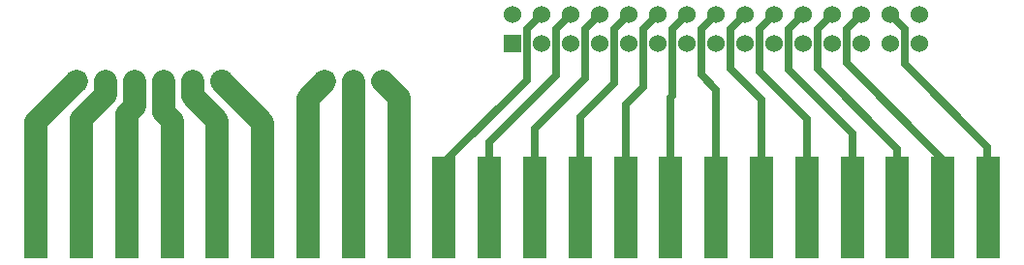
<source format=gbr>
G04 start of page 2 for group 0 idx 0 *
G04 Title: (unknown), top *
G04 Creator: pcb 20110918 *
G04 CreationDate: Tue Jan 20 20:48:38 2015 UTC *
G04 For: fosse *
G04 Format: Gerber/RS-274X *
G04 PCB-Dimensions: 600000 500000 *
G04 PCB-Coordinate-Origin: lower left *
%MOIN*%
%FSLAX25Y25*%
%LNTOP*%
%ADD18C,0.0420*%
%ADD17C,0.0380*%
%ADD16R,0.0800X0.0800*%
%ADD15C,0.0700*%
%ADD14C,0.0001*%
%ADD13C,0.0600*%
%ADD12C,0.0800*%
%ADD11C,0.0250*%
G54D11*X396000Y214000D02*X401000Y219000D01*
X386000Y214000D02*X391000Y219000D01*
X376000Y214000D02*X381000Y219000D01*
X366000Y214000D02*X371000Y219000D01*
X356000Y214000D02*X361000Y219000D01*
X396000Y200500D02*Y214000D01*
X386000Y200000D02*Y214000D01*
X376000Y199500D02*Y214000D01*
X366000Y200500D02*Y214000D01*
X376800Y189700D02*X366000Y200500D01*
X356000Y198500D02*Y214000D01*
X361200Y193300D02*X356000Y198500D01*
X346000Y214000D02*X351000Y219000D01*
X336000Y214000D02*X341000Y219000D01*
X326000Y214000D02*X331000Y219000D01*
X316000Y214000D02*X321000Y219000D01*
X296000Y214000D02*X301000Y219000D01*
X306000Y214000D02*X311000Y219000D01*
X346000Y191000D02*Y214000D01*
X336000Y194000D02*Y214000D01*
X326000Y195500D02*Y214000D01*
X316000Y197000D02*Y214000D01*
X296000Y196500D02*Y214000D01*
X306000Y198000D02*Y214000D01*
X345600Y190600D02*X346000Y191000D01*
X330000Y188000D02*X336000Y194000D01*
X314400Y183900D02*X326000Y195500D01*
X298800Y179800D02*X316000Y197000D01*
X426000Y202000D02*X454500Y173500D01*
X426000Y214000D02*Y202000D01*
X421000Y219000D02*X426000Y214000D01*
X406000D02*X411000Y219000D01*
X406000Y202500D02*Y214000D01*
X454500Y152800D02*X454800Y152500D01*
X454500Y173500D02*Y152800D01*
X439200Y169300D02*X406000Y202500D01*
X423600Y172900D02*X396000Y200500D01*
X408000Y178000D02*X386000Y200000D01*
X392400Y183100D02*X376000Y199500D01*
X439200Y152500D02*Y169300D01*
X423600Y152500D02*Y172900D01*
X408000Y152500D02*Y178000D01*
X392400Y152500D02*Y183100D01*
X376800Y152500D02*Y189700D01*
X361200Y152500D02*Y193300D01*
X345600Y152500D02*Y190600D01*
X330000Y152500D02*Y188000D01*
X314400Y152500D02*Y183900D01*
X298800Y152500D02*Y179800D01*
X267600Y168100D02*X296000Y196500D01*
X267600Y152500D02*Y168100D01*
X283200Y175200D02*X306000Y198000D01*
X283200Y152500D02*Y175200D01*
G54D12*X252000Y190500D02*X246500Y196000D01*
X252000Y176000D02*Y190500D01*
Y152500D02*Y175800D01*
X236400Y195900D02*X236500Y196000D01*
X236400Y175900D02*Y195900D01*
Y152500D02*Y175800D01*
X205200Y181800D02*X191000Y196000D01*
X189600Y182400D02*X181000Y191000D01*
X189600Y175900D02*Y182400D01*
X205200Y152500D02*Y181800D01*
X220800Y152500D02*Y190300D01*
X226500Y196000D02*X220800Y190300D01*
X181000Y191000D02*Y196000D01*
X171000Y185500D02*Y196000D01*
X174000Y182500D02*X171000Y185500D01*
X161000Y187500D02*Y196000D01*
X158400Y184900D02*X161000Y187500D01*
X174000Y152500D02*Y182500D01*
X158400Y152500D02*Y184900D01*
X189600Y152500D02*Y175800D01*
X151000Y191500D02*Y196000D01*
X127200Y182200D02*X141000Y196000D01*
X142800Y183300D02*X151000Y191500D01*
X142800Y152500D02*Y183300D01*
X127200Y152500D02*Y182200D01*
G54D13*X341000Y209000D03*
X351000D03*
X361000D03*
X341000Y219000D03*
X351000D03*
X361000D03*
X371000D03*
X381000D03*
X391000D03*
X371000Y209000D03*
X381000D03*
X391000D03*
X401000D03*
Y219000D03*
X411000Y209000D03*
X421000D03*
X431000D03*
X411000Y219000D03*
X421000D03*
X431000D03*
X311000Y209000D03*
Y219000D03*
X321000Y209000D03*
Y219000D03*
G54D14*G36*
X288000Y212000D02*Y206000D01*
X294000D01*
Y212000D01*
X288000D01*
G37*
G54D13*X291000Y219000D03*
X301000Y209000D03*
Y219000D03*
X331000Y209000D03*
Y219000D03*
G54D14*G36*
X223500Y199000D02*Y193000D01*
X229500D01*
Y199000D01*
X223500D01*
G37*
G54D15*X236500Y196000D03*
X246500D03*
G54D14*G36*
X138000Y199000D02*Y193000D01*
X144000D01*
Y199000D01*
X138000D01*
G37*
G54D15*X151000Y196000D03*
X161000D03*
X171000D03*
X181000D03*
G54D12*X191000D03*
G54D16*X252000Y166000D02*Y139000D01*
X267600Y166000D02*Y139000D01*
X283200Y166000D02*Y139000D01*
X298800Y166000D02*Y139000D01*
X314400Y166000D02*Y139000D01*
X174000Y166000D02*Y139000D01*
X189600Y166000D02*Y139000D01*
X127200Y166000D02*Y139000D01*
X142800Y166000D02*Y139000D01*
X158400Y166000D02*Y139000D01*
X236400Y166000D02*Y139000D01*
X205200Y166000D02*Y139000D01*
X220800Y166000D02*Y139000D01*
X330000Y166000D02*Y139000D01*
X345600Y166000D02*Y139000D01*
X392400Y166000D02*Y139000D01*
X408000Y166000D02*Y139000D01*
X423600Y166000D02*Y139000D01*
X361200Y166000D02*Y139000D01*
X376800Y166000D02*Y139000D01*
X439200Y166000D02*Y139000D01*
X454800Y166000D02*Y139000D01*
G54D17*G54D18*M02*

</source>
